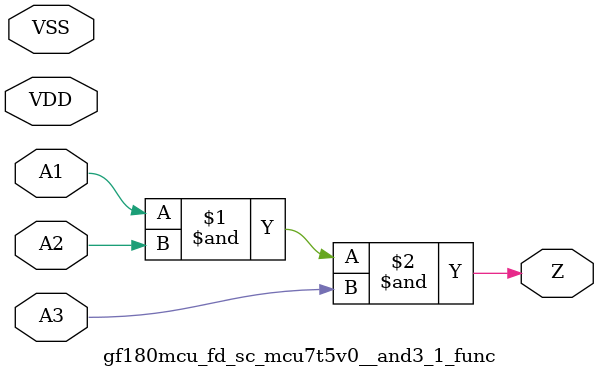
<source format=v>

module gf180mcu_fd_sc_mcu7t5v0__and3_1_func( A1, A2, A3, Z, VDD, VSS );
input A1, A2, A3;
inout VDD, VSS;
output Z;

	and MGM_BG_0( Z, A1, A2, A3 );

endmodule

</source>
